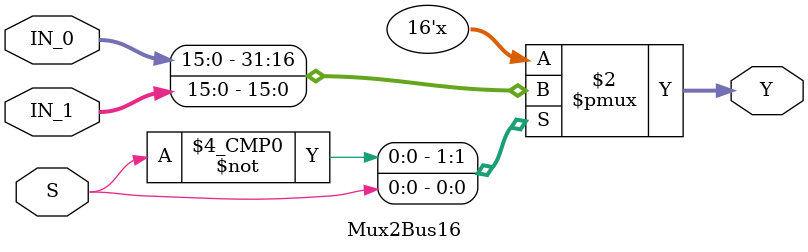
<source format=v>
module Mux2Bus16(IN_0,IN_1,Y,S);

input [15:0]IN_0;
input [15:0]IN_1;
input S;
output reg[15:0]Y;

always @* begin

	case(S)
		0: Y = IN_0;
		1: Y = IN_1;
	endcase

end

endmodule

</source>
